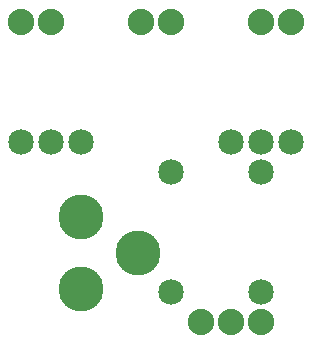
<source format=gts>
G04 MADE WITH FRITZING*
G04 WWW.FRITZING.ORG*
G04 DOUBLE SIDED*
G04 HOLES PLATED*
G04 CONTOUR ON CENTER OF CONTOUR VECTOR*
%ASAXBY*%
%FSLAX23Y23*%
%MOIN*%
%OFA0B0*%
%SFA1.0B1.0*%
%ADD10C,0.085000*%
%ADD11C,0.088000*%
%ADD12C,0.150000*%
%LNMASK1*%
G90*
G70*
G54D10*
X1037Y789D03*
X937Y789D03*
X837Y789D03*
X337Y789D03*
X237Y789D03*
X137Y789D03*
X937Y289D03*
X937Y689D03*
X637Y289D03*
X637Y689D03*
G54D11*
X937Y189D03*
X837Y189D03*
X737Y189D03*
G54D12*
X337Y539D03*
X337Y299D03*
X527Y419D03*
G54D11*
X937Y1189D03*
X1037Y1189D03*
X537Y1189D03*
X637Y1189D03*
X237Y1189D03*
X137Y1189D03*
G04 End of Mask1*
M02*
</source>
